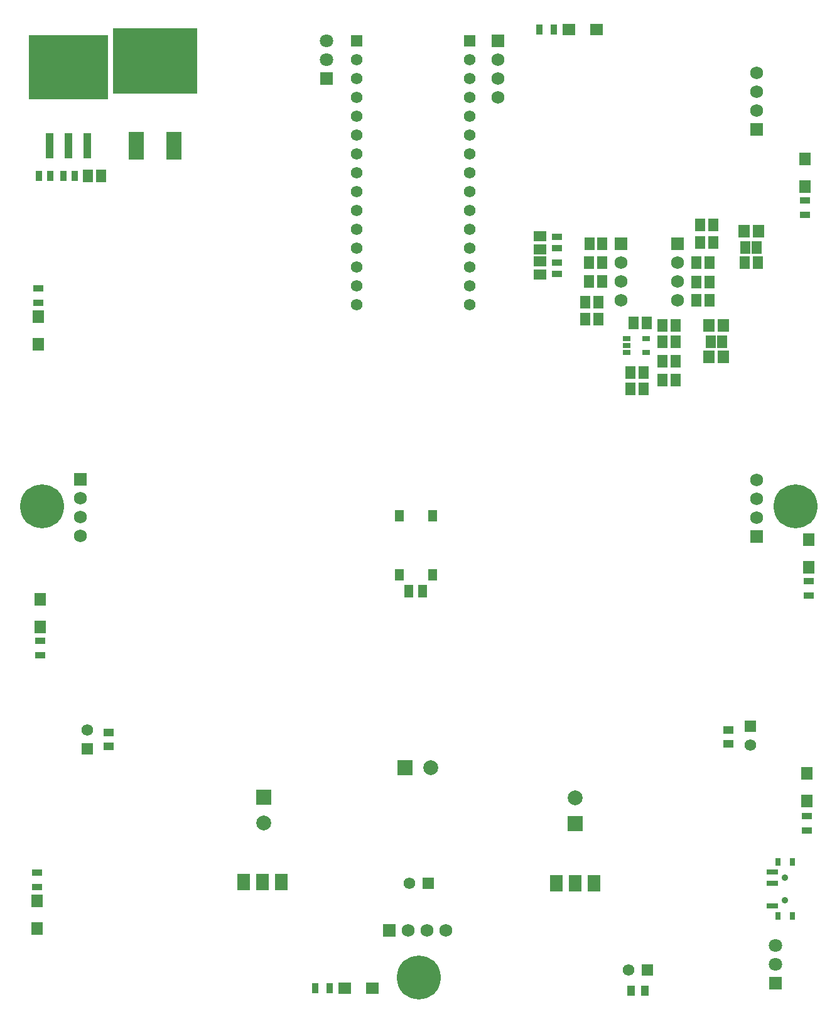
<source format=gbr>
G04*
G04 #@! TF.GenerationSoftware,Altium Limited,Altium Designer,22.4.2 (48)*
G04*
G04 Layer_Color=8388736*
%FSLAX24Y24*%
%MOIN*%
G70*
G04*
G04 #@! TF.SameCoordinates,537B0F5E-1D9E-48F4-ADA7-34FC38263873*
G04*
G04*
G04 #@! TF.FilePolarity,Negative*
G04*
G01*
G75*
%ADD18R,0.0689X0.0591*%
%ADD19R,0.0374X0.0571*%
%ADD20R,0.0571X0.0374*%
%ADD21R,0.0591X0.0689*%
%ADD22R,0.0315X0.0394*%
%ADD23R,0.0591X0.0276*%
%ADD28R,0.0531X0.0374*%
G04:AMPARAMS|DCode=29|XSize=43.3mil|YSize=23.6mil|CornerRadius=2mil|HoleSize=0mil|Usage=FLASHONLY|Rotation=0.000|XOffset=0mil|YOffset=0mil|HoleType=Round|Shape=RoundedRectangle|*
%AMROUNDEDRECTD29*
21,1,0.0433,0.0196,0,0,0.0*
21,1,0.0393,0.0236,0,0,0.0*
1,1,0.0040,0.0196,-0.0098*
1,1,0.0040,-0.0196,-0.0098*
1,1,0.0040,-0.0196,0.0098*
1,1,0.0040,0.0196,0.0098*
%
%ADD29ROUNDEDRECTD29*%
%ADD30R,0.0819X0.1500*%
%ADD31R,0.4500X0.3500*%
%ADD32R,0.0374X0.0531*%
%ADD34R,0.0512X0.0610*%
%ADD35R,0.0554X0.0396*%
%ADD36R,0.0396X0.0554*%
%ADD37R,0.0611X0.0690*%
%ADD38R,0.0552X0.0651*%
%ADD39R,0.0533X0.0651*%
%ADD40R,0.0651X0.0533*%
%ADD41R,0.4213X0.3386*%
%ADD42R,0.0394X0.1339*%
%ADD43R,0.0493X0.0651*%
%ADD44C,0.0618*%
%ADD45R,0.0618X0.0618*%
%ADD46C,0.0354*%
%ADD47C,0.0789*%
%ADD48R,0.0789X0.0789*%
%ADD49R,0.0690X0.0690*%
%ADD50C,0.0690*%
%ADD51R,0.0690X0.0690*%
%ADD52C,0.2330*%
%ADD53R,0.0789X0.0789*%
%ADD54R,0.0701X0.0902*%
%ADD55R,0.0618X0.0618*%
%ADD56R,0.0710X0.0710*%
%ADD57C,0.0710*%
D18*
X37962Y60300D02*
D03*
X39438D02*
D03*
X26062Y9450D02*
D03*
X27538D02*
D03*
D19*
X36416Y60300D02*
D03*
X37184D02*
D03*
X24516Y9450D02*
D03*
X25284D02*
D03*
D20*
X9800Y46584D02*
D03*
Y45816D02*
D03*
X9750Y15584D02*
D03*
Y14816D02*
D03*
X50700Y30266D02*
D03*
Y31034D02*
D03*
X50600Y17816D02*
D03*
Y18584D02*
D03*
X50500Y50466D02*
D03*
Y51234D02*
D03*
X9900Y27116D02*
D03*
Y27884D02*
D03*
D21*
X50700Y31762D02*
D03*
Y33238D02*
D03*
X50600Y19362D02*
D03*
Y20838D02*
D03*
X50500Y51962D02*
D03*
Y53438D02*
D03*
X9800Y45088D02*
D03*
Y43612D02*
D03*
X9900Y28612D02*
D03*
Y30088D02*
D03*
X9750Y14088D02*
D03*
Y12612D02*
D03*
D22*
X49830Y16146D02*
D03*
Y13272D02*
D03*
X49070Y16146D02*
D03*
Y13272D02*
D03*
D23*
X48761Y13824D02*
D03*
Y15595D02*
D03*
Y15005D02*
D03*
D28*
X37350Y47945D02*
D03*
Y47355D02*
D03*
Y49295D02*
D03*
Y48705D02*
D03*
D29*
X42074Y43924D02*
D03*
Y43176D02*
D03*
X41050D02*
D03*
Y43550D02*
D03*
Y43924D02*
D03*
D30*
X17000Y54150D02*
D03*
X15000D02*
D03*
D31*
X16000Y58650D02*
D03*
D32*
X11155Y52550D02*
D03*
X11745D02*
D03*
X9855D02*
D03*
X10445D02*
D03*
D34*
X30736Y34515D02*
D03*
Y31385D02*
D03*
X28964Y34515D02*
D03*
Y31385D02*
D03*
D35*
X46445Y23154D02*
D03*
Y22406D02*
D03*
X13550Y23024D02*
D03*
Y22276D02*
D03*
D36*
X41276Y9300D02*
D03*
X42024D02*
D03*
D37*
X45400Y42950D02*
D03*
X46168D02*
D03*
X46184Y44600D02*
D03*
X45416D02*
D03*
X48034Y49600D02*
D03*
X47266D02*
D03*
D38*
X46095Y43750D02*
D03*
X45505D02*
D03*
X47945Y48750D02*
D03*
X47355D02*
D03*
D39*
X43644Y42700D02*
D03*
X42956D02*
D03*
X43644Y41700D02*
D03*
X42956D02*
D03*
X41256Y41250D02*
D03*
X41944D02*
D03*
X42094Y44750D02*
D03*
X41406D02*
D03*
X44756Y46900D02*
D03*
X45444D02*
D03*
X47994Y47950D02*
D03*
X47306D02*
D03*
X44756D02*
D03*
X45444D02*
D03*
X44956Y49000D02*
D03*
X45644D02*
D03*
X44956Y49950D02*
D03*
X45644D02*
D03*
X39061Y48950D02*
D03*
X39750D02*
D03*
X42956Y43750D02*
D03*
X43644D02*
D03*
Y44600D02*
D03*
X42956D02*
D03*
X44756Y45950D02*
D03*
X45444D02*
D03*
X39056Y47950D02*
D03*
X39744D02*
D03*
X38856Y44950D02*
D03*
X39544D02*
D03*
X38856Y45850D02*
D03*
X39544D02*
D03*
X39056Y46950D02*
D03*
X39744D02*
D03*
X41944Y42100D02*
D03*
X41256D02*
D03*
X12456Y52550D02*
D03*
X13144D02*
D03*
D40*
X36450Y47306D02*
D03*
Y47994D02*
D03*
Y49344D02*
D03*
Y48656D02*
D03*
D41*
X11400Y58305D02*
D03*
D42*
X12400Y54131D02*
D03*
X11400D02*
D03*
X10400D02*
D03*
D43*
X30214Y30500D02*
D03*
X29486D02*
D03*
D44*
X26700Y45700D02*
D03*
Y46700D02*
D03*
Y47700D02*
D03*
Y48700D02*
D03*
Y49700D02*
D03*
Y50700D02*
D03*
Y51700D02*
D03*
Y52700D02*
D03*
Y53700D02*
D03*
Y54700D02*
D03*
Y55700D02*
D03*
Y56700D02*
D03*
Y57700D02*
D03*
Y58700D02*
D03*
X32700Y45700D02*
D03*
Y46700D02*
D03*
Y47700D02*
D03*
Y48700D02*
D03*
Y49700D02*
D03*
Y50700D02*
D03*
Y51700D02*
D03*
Y52700D02*
D03*
Y53700D02*
D03*
Y54700D02*
D03*
Y55700D02*
D03*
Y56700D02*
D03*
Y57700D02*
D03*
Y58700D02*
D03*
X29500Y15000D02*
D03*
X47595Y22330D02*
D03*
X41150Y10400D02*
D03*
X12400Y23150D02*
D03*
D45*
X26700Y59700D02*
D03*
X32700D02*
D03*
X47595Y23330D02*
D03*
X12400Y22150D02*
D03*
D46*
X49450Y15300D02*
D03*
Y14119D02*
D03*
D47*
X30650Y21150D02*
D03*
X38311Y19539D02*
D03*
X21789Y18211D02*
D03*
D48*
X29272Y21150D02*
D03*
D49*
X47950Y55000D02*
D03*
X43750Y48950D02*
D03*
X40750D02*
D03*
X34200Y59700D02*
D03*
X12050Y36450D02*
D03*
X47950Y33400D02*
D03*
D50*
Y56000D02*
D03*
Y57000D02*
D03*
Y58000D02*
D03*
X29450Y12500D02*
D03*
X30450D02*
D03*
X31450D02*
D03*
X43750Y47950D02*
D03*
Y46950D02*
D03*
Y45950D02*
D03*
X40750Y47950D02*
D03*
Y46950D02*
D03*
Y45950D02*
D03*
X34200Y58700D02*
D03*
Y57700D02*
D03*
Y56700D02*
D03*
X12050Y35450D02*
D03*
Y34450D02*
D03*
Y33450D02*
D03*
X47950Y34400D02*
D03*
Y35400D02*
D03*
Y36400D02*
D03*
D51*
X28450Y12500D02*
D03*
D52*
X10000Y35000D02*
D03*
X50000D02*
D03*
X30000Y10000D02*
D03*
D53*
X38311Y18161D02*
D03*
X21789Y19589D02*
D03*
D54*
X20700Y15074D02*
D03*
X21700D02*
D03*
X22700D02*
D03*
X37300Y15024D02*
D03*
X38300D02*
D03*
X39300D02*
D03*
D55*
X30500Y15000D02*
D03*
X42150Y10400D02*
D03*
D56*
X48950Y9700D02*
D03*
X25100Y57700D02*
D03*
D57*
X48950Y10700D02*
D03*
Y11700D02*
D03*
X25100Y58700D02*
D03*
Y59700D02*
D03*
M02*

</source>
